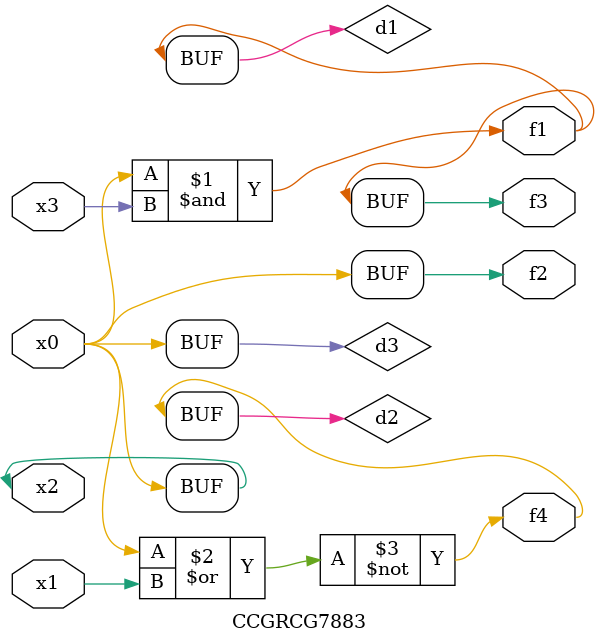
<source format=v>
module CCGRCG7883(
	input x0, x1, x2, x3,
	output f1, f2, f3, f4
);

	wire d1, d2, d3;

	and (d1, x2, x3);
	nor (d2, x0, x1);
	buf (d3, x0, x2);
	assign f1 = d1;
	assign f2 = d3;
	assign f3 = d1;
	assign f4 = d2;
endmodule

</source>
